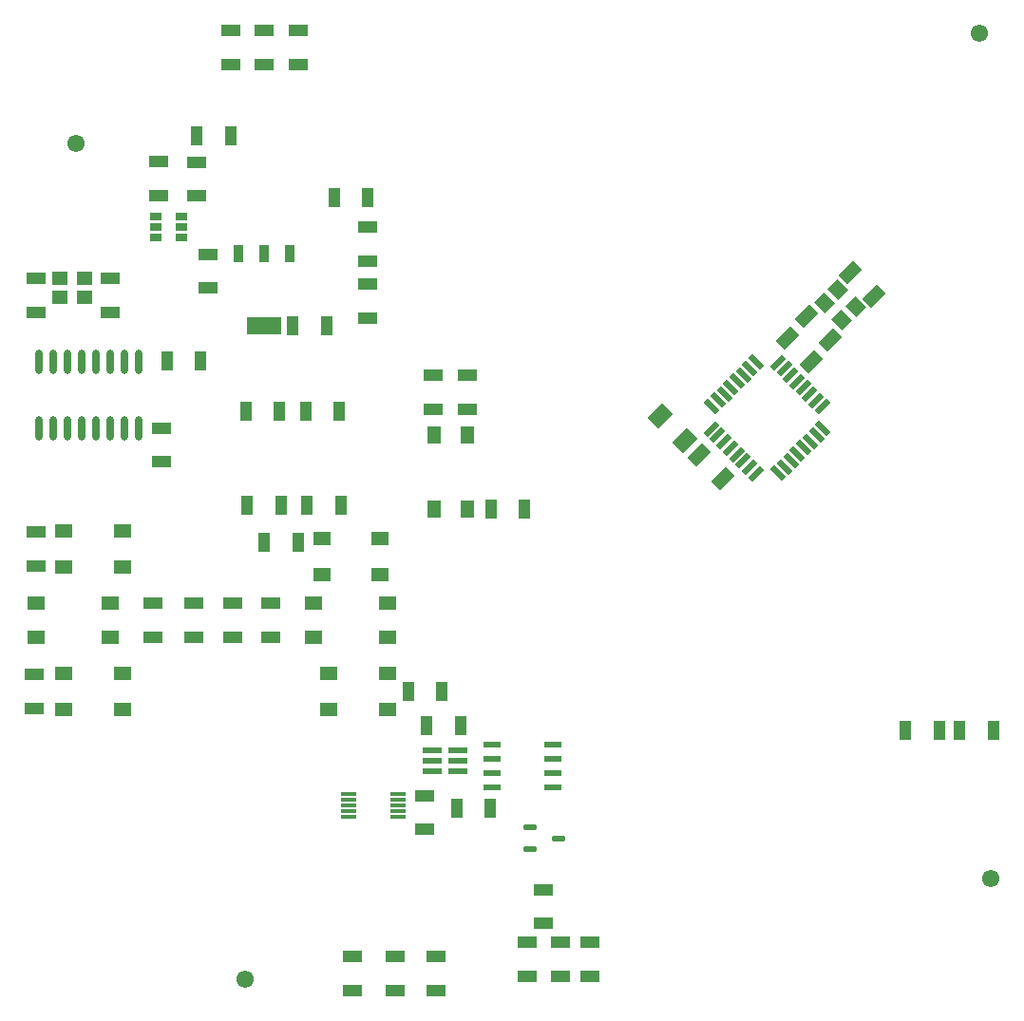
<source format=gtp>
G04*
G04 #@! TF.GenerationSoftware,Altium Limited,Altium Designer,21.1.1 (26)*
G04*
G04 Layer_Color=8421504*
%FSLAX25Y25*%
%MOIN*%
G70*
G04*
G04 #@! TF.SameCoordinates,EDDA1932-7B83-4B75-B1E8-7C0ED368C603*
G04*
G04*
G04 #@! TF.FilePolarity,Positive*
G04*
G01*
G75*
%ADD24C,0.06102*%
%ADD25R,0.04400X0.07100*%
%ADD26R,0.06496X0.04750*%
%ADD27R,0.07100X0.04400*%
%ADD28R,0.05709X0.01181*%
%ADD29R,0.05787X0.01181*%
G04:AMPARAMS|DCode=30|XSize=20mil|YSize=61.02mil|CornerRadius=0mil|HoleSize=0mil|Usage=FLASHONLY|Rotation=45.000|XOffset=0mil|YOffset=0mil|HoleType=Round|Shape=Rectangle|*
%AMROTATEDRECTD30*
4,1,4,0.01450,-0.02865,-0.02865,0.01450,-0.01450,0.02865,0.02865,-0.01450,0.01450,-0.02865,0.0*
%
%ADD30ROTATEDRECTD30*%

G04:AMPARAMS|DCode=31|XSize=20mil|YSize=61.02mil|CornerRadius=0mil|HoleSize=0mil|Usage=FLASHONLY|Rotation=135.000|XOffset=0mil|YOffset=0mil|HoleType=Round|Shape=Rectangle|*
%AMROTATEDRECTD31*
4,1,4,0.02865,0.01450,-0.01450,-0.02865,-0.02865,-0.01450,0.01450,0.02865,0.02865,0.01450,0.0*
%
%ADD31ROTATEDRECTD31*%

%ADD32R,0.05906X0.04724*%
G04:AMPARAMS|DCode=33|XSize=63.39mil|YSize=23.23mil|CornerRadius=2.9mil|HoleSize=0mil|Usage=FLASHONLY|Rotation=0.000|XOffset=0mil|YOffset=0mil|HoleType=Round|Shape=RoundedRectangle|*
%AMROUNDEDRECTD33*
21,1,0.06339,0.01742,0,0,0.0*
21,1,0.05758,0.02323,0,0,0.0*
1,1,0.00581,0.02879,-0.00871*
1,1,0.00581,-0.02879,-0.00871*
1,1,0.00581,-0.02879,0.00871*
1,1,0.00581,0.02879,0.00871*
%
%ADD33ROUNDEDRECTD33*%
G04:AMPARAMS|DCode=34|XSize=47.64mil|YSize=23.23mil|CornerRadius=5.81mil|HoleSize=0mil|Usage=FLASHONLY|Rotation=0.000|XOffset=0mil|YOffset=0mil|HoleType=Round|Shape=RoundedRectangle|*
%AMROUNDEDRECTD34*
21,1,0.04764,0.01161,0,0,0.0*
21,1,0.03602,0.02323,0,0,0.0*
1,1,0.01161,0.01801,-0.00581*
1,1,0.01161,-0.01801,-0.00581*
1,1,0.01161,-0.01801,0.00581*
1,1,0.01161,0.01801,0.00581*
%
%ADD34ROUNDEDRECTD34*%
%ADD35R,0.06102X0.02362*%
%ADD36R,0.04724X0.05906*%
G04:AMPARAMS|DCode=37|XSize=54mil|YSize=73mil|CornerRadius=0mil|HoleSize=0mil|Usage=FLASHONLY|Rotation=135.000|XOffset=0mil|YOffset=0mil|HoleType=Round|Shape=Rectangle|*
%AMROTATEDRECTD37*
4,1,4,0.04490,0.00672,-0.00672,-0.04490,-0.04490,-0.00672,0.00672,0.04490,0.04490,0.00672,0.0*
%
%ADD37ROTATEDRECTD37*%

G04:AMPARAMS|DCode=38|XSize=44mil|YSize=71mil|CornerRadius=0mil|HoleSize=0mil|Usage=FLASHONLY|Rotation=135.000|XOffset=0mil|YOffset=0mil|HoleType=Round|Shape=Rectangle|*
%AMROTATEDRECTD38*
4,1,4,0.04066,0.00955,-0.00955,-0.04066,-0.04066,-0.00955,0.00955,0.04066,0.04066,0.00955,0.0*
%
%ADD38ROTATEDRECTD38*%

G04:AMPARAMS|DCode=39|XSize=47.24mil|YSize=55.11mil|CornerRadius=0mil|HoleSize=0mil|Usage=FLASHONLY|Rotation=225.000|XOffset=0mil|YOffset=0mil|HoleType=Round|Shape=Rectangle|*
%AMROTATEDRECTD39*
4,1,4,-0.00278,0.03619,0.03619,-0.00278,0.00278,-0.03619,-0.03619,0.00278,-0.00278,0.03619,0.0*
%
%ADD39ROTATEDRECTD39*%

%ADD40R,0.03937X0.02756*%
%ADD41R,0.03300X0.06300*%
%ADD42R,0.12200X0.06300*%
%ADD43O,0.02400X0.08661*%
%ADD44R,0.05511X0.04724*%
D24*
X342000Y44500D02*
D03*
X80500Y9000D02*
D03*
X338000Y341000D02*
D03*
X21000Y302500D02*
D03*
D25*
X81100Y175500D02*
D03*
X92900D02*
D03*
X149400Y110000D02*
D03*
X137600D02*
D03*
X155900Y98000D02*
D03*
X144100D02*
D03*
X87100Y162500D02*
D03*
X98900D02*
D03*
X102100Y175500D02*
D03*
X113900D02*
D03*
X166400Y69000D02*
D03*
X154600D02*
D03*
X331100Y96500D02*
D03*
X342900D02*
D03*
X312100D02*
D03*
X323900D02*
D03*
X113400Y208500D02*
D03*
X101600D02*
D03*
X166600Y174000D02*
D03*
X178400D02*
D03*
X92400Y208500D02*
D03*
X80600D02*
D03*
X111700Y283500D02*
D03*
X123500D02*
D03*
X75300Y305000D02*
D03*
X63500D02*
D03*
X53000Y226000D02*
D03*
X64800D02*
D03*
X97200Y238500D02*
D03*
X109000D02*
D03*
D26*
X37236Y166350D02*
D03*
X16764D02*
D03*
X37236Y153650D02*
D03*
X16764D02*
D03*
X37236Y116350D02*
D03*
X16764D02*
D03*
X37236Y103650D02*
D03*
X16764D02*
D03*
X109764D02*
D03*
X130236D02*
D03*
X109764Y116350D02*
D03*
X130236D02*
D03*
X127736Y163850D02*
D03*
X107264D02*
D03*
X127736Y151150D02*
D03*
X107264D02*
D03*
D27*
X7000Y154100D02*
D03*
Y165900D02*
D03*
X6500Y104100D02*
D03*
Y115900D02*
D03*
X118000Y5100D02*
D03*
Y16900D02*
D03*
X201500Y10100D02*
D03*
Y21900D02*
D03*
X133000Y5100D02*
D03*
Y16900D02*
D03*
X143500Y73400D02*
D03*
Y61600D02*
D03*
X48000Y140900D02*
D03*
Y129100D02*
D03*
X62559Y140900D02*
D03*
Y129100D02*
D03*
X89500Y140900D02*
D03*
Y129100D02*
D03*
X76000Y140900D02*
D03*
Y129100D02*
D03*
X147500Y16900D02*
D03*
Y5100D02*
D03*
X179500Y21900D02*
D03*
Y10100D02*
D03*
X191000Y21900D02*
D03*
Y10100D02*
D03*
X185000Y40400D02*
D03*
Y28600D02*
D03*
X87000Y330100D02*
D03*
Y341900D02*
D03*
X63500Y284000D02*
D03*
Y295800D02*
D03*
X158500Y220900D02*
D03*
Y209100D02*
D03*
X146500D02*
D03*
Y220900D02*
D03*
X33000Y254900D02*
D03*
Y243100D02*
D03*
X7000Y254900D02*
D03*
Y243100D02*
D03*
X99000Y330100D02*
D03*
Y341900D02*
D03*
X123500Y241100D02*
D03*
Y252900D02*
D03*
Y272900D02*
D03*
Y261100D02*
D03*
X51000Y202500D02*
D03*
Y190700D02*
D03*
X67500Y263500D02*
D03*
Y251700D02*
D03*
X75500Y330100D02*
D03*
Y341900D02*
D03*
X50000Y295900D02*
D03*
Y284100D02*
D03*
D28*
X116839Y73937D02*
D03*
D29*
Y71969D02*
D03*
Y70000D02*
D03*
Y68032D02*
D03*
Y66063D02*
D03*
X134161D02*
D03*
Y68032D02*
D03*
Y70000D02*
D03*
Y71969D02*
D03*
Y73937D02*
D03*
D30*
X283107Y202222D02*
D03*
X280915Y200030D02*
D03*
X278652Y197767D02*
D03*
X276460Y195575D02*
D03*
X274197Y193313D02*
D03*
X272005Y191121D02*
D03*
X269743Y188858D02*
D03*
X267551Y186666D02*
D03*
X244166Y210051D02*
D03*
X246358Y212243D02*
D03*
X248621Y214505D02*
D03*
X250813Y216697D02*
D03*
X253076Y218960D02*
D03*
X255268Y221152D02*
D03*
X257530Y223415D02*
D03*
X259722Y225607D02*
D03*
D31*
X259586Y186530D02*
D03*
X257394Y188722D02*
D03*
X255131Y190984D02*
D03*
X252939Y193176D02*
D03*
X250676Y195439D02*
D03*
X248484Y197631D02*
D03*
X246221Y199894D02*
D03*
X244029Y202086D02*
D03*
X267414Y225470D02*
D03*
X269606Y223278D02*
D03*
X271869Y221016D02*
D03*
X274061Y218824D02*
D03*
X276324Y216561D02*
D03*
X278516Y214369D02*
D03*
X280779Y212106D02*
D03*
X282970Y209914D02*
D03*
D32*
X130492Y129095D02*
D03*
X104508Y140905D02*
D03*
Y129095D02*
D03*
X130492Y140905D02*
D03*
X32992Y129095D02*
D03*
X7008Y140905D02*
D03*
Y129095D02*
D03*
X32992Y140905D02*
D03*
D33*
X145984Y82000D02*
D03*
Y85740D02*
D03*
Y89480D02*
D03*
X155000D02*
D03*
Y85740D02*
D03*
Y82000D02*
D03*
D34*
X180559Y54760D02*
D03*
X190441Y58500D02*
D03*
X180559Y62240D02*
D03*
D35*
X188260Y76500D02*
D03*
Y81500D02*
D03*
Y86500D02*
D03*
Y91500D02*
D03*
X167000Y76500D02*
D03*
Y81500D02*
D03*
Y86500D02*
D03*
Y91500D02*
D03*
D36*
X158405Y199992D02*
D03*
X146595Y174008D02*
D03*
X158405D02*
D03*
X146595Y199992D02*
D03*
D37*
X234849Y198151D02*
D03*
X226151Y206849D02*
D03*
D38*
X239828Y193172D02*
D03*
X248172Y184828D02*
D03*
X292828Y257172D02*
D03*
X301172Y248828D02*
D03*
X285672Y233328D02*
D03*
X277328Y241672D02*
D03*
X279172Y225828D02*
D03*
X270828Y234172D02*
D03*
D39*
X294567Y244943D02*
D03*
X288443Y251068D02*
D03*
X289835Y240211D02*
D03*
X283710Y246336D02*
D03*
D40*
X58224Y276740D02*
D03*
Y273000D02*
D03*
Y269260D02*
D03*
X48923D02*
D03*
Y273000D02*
D03*
Y276740D02*
D03*
D41*
X77900Y263600D02*
D03*
X87000D02*
D03*
X96100D02*
D03*
D42*
X87000Y238400D02*
D03*
D43*
X43000Y225700D02*
D03*
X38000D02*
D03*
X33000D02*
D03*
X28000D02*
D03*
X23000D02*
D03*
X18000D02*
D03*
X13000D02*
D03*
X8000D02*
D03*
Y202300D02*
D03*
X13000D02*
D03*
X18000D02*
D03*
X23000D02*
D03*
X28000D02*
D03*
X33000D02*
D03*
X38000D02*
D03*
X43000D02*
D03*
D44*
X24000Y255193D02*
D03*
X15339D02*
D03*
X24000Y248500D02*
D03*
X15338D02*
D03*
M02*

</source>
